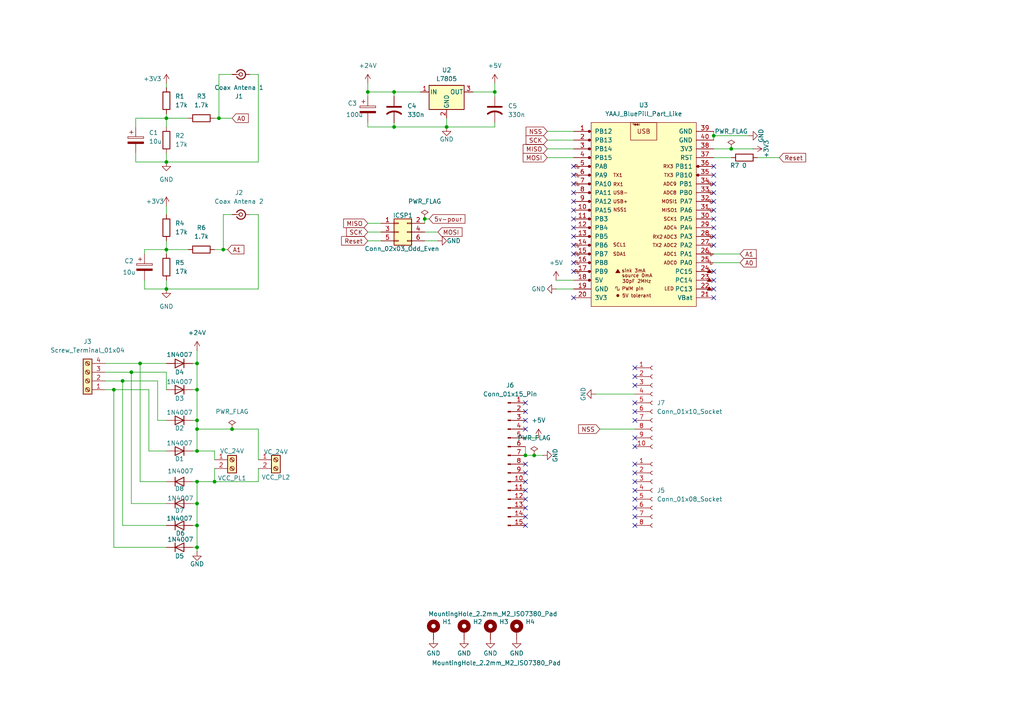
<source format=kicad_sch>
(kicad_sch (version 20250114) (generator "eeschema") (generator_version "9.0")
  (paper "A4")
  (lib_symbols
    (symbol "Connector:Conn_01x08_Socket" (pin_names (offset 1.016) (hide yes))
      (property "Reference" "J" (at 0 10.16 0))
      (property "Value" "Conn_01x08_Socket" (at 0 -12.7 0))
      (symbol "Conn_01x08_Socket_1_1"
        (pin passive line (at -5.08 7.62 0) (length 3.81) (name "Pin_1") (number "1"))
        (pin passive line (at -5.08 5.08 0) (length 3.81) (name "Pin_2") (number "2"))
        (pin passive line (at -5.08 2.54 0) (length 3.81) (name "Pin_3") (number "3"))
        (pin passive line (at -5.08 0 0) (length 3.81) (name "Pin_4") (number "4"))
        (pin passive line (at -5.08 -2.54 0) (length 3.81) (name "Pin_5") (number "5"))
        (pin passive line (at -5.08 -5.08 0) (length 3.81) (name "Pin_6") (number "6"))
        (pin passive line (at -5.08 -7.62 0) (length 3.81) (name "Pin_7") (number "7"))
        (pin passive line (at -5.08 -10.16 0) (length 3.81) (name "Pin_8") (number "8"))
      )
    )
    (symbol "Connector:Conn_01x10_Socket" (pin_names (offset 1.016) (hide yes))
      (property "Reference" "J" (at 0 12.7 0))
      (property "Value" "Conn_01x10_Socket" (at 0 -15.24 0))
      (symbol "Conn_01x10_Socket_1_1"
        (pin passive line (at -5.08 10.16 0) (length 3.81) (name "Pin_1") (number "1"))
        (pin passive line (at -5.08 7.62 0) (length 3.81) (name "Pin_2") (number "2"))
        (pin passive line (at -5.08 5.08 0) (length 3.81) (name "Pin_3") (number "3"))
        (pin passive line (at -5.08 2.54 0) (length 3.81) (name "Pin_4") (number "4"))
        (pin passive line (at -5.08 0 0) (length 3.81) (name "Pin_5") (number "5"))
        (pin passive line (at -5.08 -2.54 0) (length 3.81) (name "Pin_6") (number "6"))
        (pin passive line (at -5.08 -5.08 0) (length 3.81) (name "Pin_7") (number "7"))
        (pin passive line (at -5.08 -7.62 0) (length 3.81) (name "Pin_8") (number "8"))
        (pin passive line (at -5.08 -10.16 0) (length 3.81) (name "Pin_9") (number "9"))
        (pin passive line (at -5.08 -12.7 0) (length 3.81) (name "Pin_10") (number "10"))
      )
    )
    (symbol "Connector:Conn_01x15_Pin" (pin_names (offset 1.016) (hide yes))
      (property "Reference" "J" (at 0 20.32 0))
      (property "Value" "Conn_01x15_Pin" (at 0 -20.32 0))
      (symbol "Conn_01x15_Pin_1_1"
        (pin passive line (at 5.08 17.78 180) (length 3.81) (name "Pin_1") (number "1"))
        (pin passive line (at 5.08 15.24 180) (length 3.81) (name "Pin_2") (number "2"))
        (pin passive line (at 5.08 12.7 180) (length 3.81) (name "Pin_3") (number "3"))
        (pin passive line (at 5.08 10.16 180) (length 3.81) (name "Pin_4") (number "4"))
        (pin passive line (at 5.08 7.62 180) (length 3.81) (name "Pin_5") (number "5"))
        (pin passive line (at 5.08 5.08 180) (length 3.81) (name "Pin_6") (number "6"))
        (pin passive line (at 5.08 2.54 180) (length 3.81) (name "Pin_7") (number "7"))
        (pin passive line (at 5.08 0 180) (length 3.81) (name "Pin_8") (number "8"))
        (pin passive line (at 5.08 -2.54 180) (length 3.81) (name "Pin_9") (number "9"))
        (pin passive line (at 5.08 -5.08 180) (length 3.81) (name "Pin_10") (number "10"))
        (pin passive line (at 5.08 -7.62 180) (length 3.81) (name "Pin_11") (number "11"))
        (pin passive line (at 5.08 -10.16 180) (length 3.81) (name "Pin_12") (number "12"))
        (pin passive line (at 5.08 -12.7 180) (length 3.81) (name "Pin_13") (number "13"))
        (pin passive line (at 5.08 -15.24 180) (length 3.81) (name "Pin_14") (number "14"))
        (pin passive line (at 5.08 -17.78 180) (length 3.81) (name "Pin_15") (number "15"))
      )
    )
    (symbol "Connector:Conn_Coaxial_Small" (pin_numbers (hide yes)) (pin_names (offset 1.016) (hide yes))
      (property "Reference" "J" (at 0.254 3.048 0))
      (property "Value" "Conn_Coaxial_Small" (at 0 -3.81 0))
      (symbol "Conn_Coaxial_Small_1_1"
        (pin passive line (at -2.54 0 0) (length 1.27) (name "In") (number "1"))
        (pin passive line (at 2.54 0 180) (length 1.27) (name "Ext") (number "2"))
      )
    )
    (symbol "Connector:Screw_Terminal_01x02" (pin_names (offset 1.016) (hide yes))
      (property "Reference" "J" (at 0 2.54 0))
      (property "Value" "Screw_Terminal_01x02" (at 0 -5.08 0))
      (symbol "Screw_Terminal_01x02_1_1"
        (pin passive line (at -5.08 0 0) (length 3.81) (name "Pin_1") (number "1"))
        (pin passive line (at -5.08 -2.54 0) (length 3.81) (name "Pin_2") (number "2"))
      )
    )
    (symbol "Connector:Screw_Terminal_01x04" (pin_names (offset 1.016) (hide yes))
      (property "Reference" "J" (at 0 5.08 0))
      (property "Value" "Screw_Terminal_01x04" (at 0 -7.62 0))
      (symbol "Screw_Terminal_01x04_1_1"
        (pin passive line (at -5.08 2.54 0) (length 3.81) (name "Pin_1") (number "1"))
        (pin passive line (at -5.08 0 0) (length 3.81) (name "Pin_2") (number "2"))
        (pin passive line (at -5.08 -2.54 0) (length 3.81) (name "Pin_3") (number "3"))
        (pin passive line (at -5.08 -5.08 0) (length 3.81) (name "Pin_4") (number "4"))
      )
    )
    (symbol "Connector_Generic:Conn_02x03_Odd_Even" (pin_names (offset 1.016) (hide yes))
      (property "Reference" "J" (at 1.27 5.08 0))
      (property "Value" "Conn_02x03_Odd_Even" (at 1.27 -5.08 0))
      (symbol "Conn_02x03_Odd_Even_1_1"
        (pin passive line (at -5.08 2.54 0) (length 3.81) (name "Pin_1") (number "1"))
        (pin passive line (at -5.08 0 0) (length 3.81) (name "Pin_3") (number "3"))
        (pin passive line (at -5.08 -2.54 0) (length 3.81) (name "Pin_5") (number "5"))
        (pin passive line (at 7.62 2.54 180) (length 3.81) (name "Pin_2") (number "2"))
        (pin passive line (at 7.62 0 180) (length 3.81) (name "Pin_4") (number "4"))
        (pin passive line (at 7.62 -2.54 180) (length 3.81) (name "Pin_6") (number "6"))
      )
    )
    (symbol "Device:C_Polarized" (pin_numbers (hide yes)) (pin_names (offset 0.254))
      (property "Reference" "C" (at 0.635 2.54 0))
      (property "Value" "C_Polarized" (at 0.635 -2.54 0))
      (symbol "C_Polarized_1_1"
        (pin passive line (at 0 3.81 270) (length 2.794) (name "~") (number "1"))
        (pin passive line (at 0 -3.81 90) (length 2.794) (name "~") (number "2"))
      )
    )
    (symbol "Device:C_US" (pin_numbers (hide yes)) (pin_names (offset 0.254) (hide yes))
      (property "Reference" "C" (at 0.635 2.54 0))
      (property "Value" "C_US" (at 0.635 -2.54 0))
      (symbol "C_US_1_1"
        (pin passive line (at 0 3.81 270) (length 2.794) (name "~") (number "1"))
        (pin passive line (at 0 -3.81 90) (length 3.302) (name "~") (number "2"))
      )
    )
    (symbol "Device:R" (pin_numbers (hide yes)) (pin_names (offset 0))
      (property "Reference" "R" (at 2.032 0 90))
      (property "Value" "R" (at 0 0 90))
      (symbol "R_1_1"
        (pin passive line (at 0 3.81 270) (length 1.27) (name "~") (number "1"))
        (pin passive line (at 0 -3.81 90) (length 1.27) (name "~") (number "2"))
      )
    )
    (symbol "Diode:1N4007" (pin_numbers (hide yes)) (pin_names (hide yes))
      (property "Reference" "D" (at 0 2.54 0))
      (property "Value" "1N4007" (at 0 -2.54 0))
      (symbol "1N4007_1_1"
        (pin passive line (at -3.81 0 0) (length 2.54) (name "K") (number "1"))
        (pin passive line (at 3.81 0 180) (length 2.54) (name "A") (number "2"))
      )
    )
    (symbol "Mechanical:MountingHole_Pad" (pin_numbers (hide yes)) (pin_names (offset 1.016) (hide yes)) (in_bom no)
      (property "Reference" "H" (at 0 6.35 0))
      (property "Value" "MountingHole_Pad" (at 0 4.445 0))
      (symbol "MountingHole_Pad_1_1"
        (pin input line (at 0 -2.54 90) (length 2.54) (name "1") (number "1"))
      )
    )
    (symbol "Regulator_Linear:L7805" (pin_names (offset 0.254))
      (property "Reference" "U" (at -3.81 3.175 0))
      (property "Value" "L7805" (at 0 3.175 0))
      (symbol "L7805_1_1"
        (pin power_in line (at -7.62 0 0) (length 2.54) (name "IN") (number "1"))
        (pin power_in line (at 0 -7.62 90) (length 2.54) (name "GND") (number "2"))
        (pin power_out line (at 7.62 0 180) (length 2.54) (name "OUT") (number "3"))
      )
    )
    (symbol "power:+24V" (power) (pin_numbers (hide yes)) (pin_names (offset 0) (hide yes))
      (property "Value" "+24V" (at 0 3.556 0))
      (symbol "+24V_1_1"
        (pin power_in line (at 0 0 90) (length 0) (name "~") (number "1"))
      )
    )
    (symbol "power:+3V3" (power) (pin_numbers (hide yes)) (pin_names (offset 0) (hide yes))
      (property "Value" "+3V3" (at 0 3.556 0))
      (symbol "+3V3_1_1"
        (pin power_in line (at 0 0 90) (length 0) (name "~") (number "1"))
      )
    )
    (symbol "power:+5V" (power) (pin_numbers (hide yes)) (pin_names (offset 0) (hide yes))
      (property "Value" "+5V" (at 0 3.556 0))
      (symbol "+5V_1_1"
        (pin power_in line (at 0 0 90) (length 0) (name "~") (number "1"))
      )
    )
    (symbol "power:GND" (power) (pin_numbers (hide yes)) (pin_names (offset 0) (hide yes))
      (property "Value" "GND" (at 0 -3.81 0))
      (symbol "GND_1_1"
        (pin power_in line (at 0 0 270) (length 0) (name "~") (number "1"))
      )
    )
    (symbol "power:PWR_FLAG" (power) (pin_numbers (hide yes)) (pin_names (offset 0) (hide yes))
      (property "Value" "PWR_FLAG" (at 0 3.81 0))
      (symbol "PWR_FLAG_0_0"
        (pin power_out line (at 0 0 90) (length 0) (name "~") (number "1"))
      )
    )
    (symbol "simbolos_proyecto:YAAJ_BluePill_Part_Like" (pin_names (offset 1.016))
      (property "Reference" "U3" (at 0 30.48 0))
      (property "Value" "YAAJ_BluePill_Part_Like" (at 0 27.94 0))
      (symbol "YAAJ_BluePill_Part_Like_0_0"
        (text "TX1" (at -7.493 10.16 0) (effects (font (size 0.9906 0.9906))))
        (text "RX1" (at -7.366 7.493 0) (effects (font (size 0.9906 0.9906))))
        (text "SCL1" (at -6.985 -10.033 0) (effects (font (size 0.9906 0.9906))))
        (text "SDA1" (at -6.985 -12.7 0) (effects (font (size 0.9906 0.9906))))
        (text "NSS1" (at -6.858 0.127 0) (effects (font (size 0.9906 0.9906))))
        (text "USB-" (at -6.731 5.08 0) (effects (font (size 0.9906 0.9906))))
        (text "USB+" (at -6.731 2.54 0) (effects (font (size 0.9906 0.9906))))
        (text "PWM pin" (at -3.175 -22.733 0) (effects (font (size 0.9906 0.9906))))
        (text "sink 3mA" (at -2.921 -17.526 0) (effects (font (size 0.9906 0.9906))))
        (text "Y@@J" (at -2.159 24.892 0) (effects (font (size 0.508 0.508))))
        (text "30pF 2MHz" (at -2.032 -20.574 0) (effects (font (size 0.9906 0.9906))))
        (text "5V tolerant" (at -2.032 -24.765 0) (effects (font (size 0.9906 0.9906))))
        (text "source 0mA" (at -1.905 -18.923 0) (effects (font (size 0.9906 0.9906))))
        (text "USB" (at 0 22.86 0) (effects (font (size 1.27 1.27))))
        (text "TX2" (at 3.937 -10.16 0) (effects (font (size 0.9906 0.9906))))
        (text "RX2" (at 4.064 -7.747 0) (effects (font (size 0.9906 0.9906))))
        (text "RX3" (at 7.112 12.7 0) (effects (font (size 0.9906 0.9906))))
        (text "TX3" (at 7.239 10.16 0) (effects (font (size 0.9906 0.9906))))
        (text "LED" (at 7.366 -22.733 0) (effects (font (size 0.9906 0.9906))))
        (text "MOSI1" (at 7.493 2.54 0) (effects (font (size 0.9906 0.9906))))
        (text "MISO1" (at 7.493 0 0) (effects (font (size 0.9906 0.9906))))
        (text "ADC9" (at 7.62 7.62 0) (effects (font (size 0.9906 0.9906))))
        (text "ADC8" (at 7.62 5.08 0) (effects (font (size 0.9906 0.9906))))
        (text "SCK1" (at 7.747 -2.54 0) (effects (font (size 0.9906 0.9906))))
        (text "ADC4" (at 7.747 -5.08 0) (effects (font (size 0.9906 0.9906))))
        (text "ADC3" (at 7.747 -7.747 0) (effects (font (size 0.9906 0.9906))))
        (text "ADC2" (at 7.747 -10.16 0) (effects (font (size 0.9906 0.9906))))
        (text "ADC1" (at 7.747 -12.7 0) (effects (font (size 0.9906 0.9906))))
        (text "ADC0" (at 7.747 -15.24 0) (effects (font (size 0.9906 0.9906))))
      )
      (symbol "YAAJ_BluePill_Part_Like_1_1"
        (pin bidirectional line (at -20.32 22.86 0) (length 5.08) (name "PB12") (number "1"))
        (pin bidirectional line (at -20.32 20.32 0) (length 5.08) (name "PB13") (number "2"))
        (pin bidirectional line (at -20.32 17.78 0) (length 5.08) (name "PB14") (number "3"))
        (pin bidirectional line (at -20.32 15.24 0) (length 5.08) (name "PB15") (number "4"))
        (pin bidirectional line (at -20.32 12.7 0) (length 5.08) (name "PA8") (number "5"))
        (pin bidirectional line (at -20.32 10.16 0) (length 5.08) (name "PA9") (number "6"))
        (pin bidirectional line (at -20.32 7.62 0) (length 5.08) (name "PA10") (number "7"))
        (pin bidirectional line (at -20.32 5.08 0) (length 5.08) (name "PA11") (number "8"))
        (pin bidirectional line (at -20.32 2.54 0) (length 5.08) (name "PA12") (number "9"))
        (pin bidirectional line (at -20.32 0 0) (length 5.08) (name "PA15") (number "10"))
        (pin bidirectional line (at -20.32 -2.54 0) (length 5.08) (name "PB3") (number "11"))
        (pin bidirectional line (at -20.32 -5.08 0) (length 5.08) (name "PB4") (number "12"))
        (pin bidirectional line (at -20.32 -7.62 0) (length 5.08) (name "PB5") (number "13"))
        (pin bidirectional line (at -20.32 -10.16 0) (length 5.08) (name "PB6") (number "14"))
        (pin bidirectional line (at -20.32 -12.7 0) (length 5.08) (name "PB7") (number "15"))
        (pin bidirectional line (at -20.32 -15.24 0) (length 5.08) (name "PB8") (number "16"))
        (pin bidirectional line (at -20.32 -17.78 0) (length 5.08) (name "PB9") (number "17"))
        (pin power_in line (at -20.32 -20.32 0) (length 5.08) (name "5V") (number "18"))
        (pin power_in line (at -20.32 -22.86 0) (length 5.08) (name "GND") (number "19"))
        (pin power_in line (at -20.32 -25.4 0) (length 5.08) (name "3V3") (number "20"))
        (pin power_in line (at 20.32 22.86 180) (length 5.08) (name "GND") (number "39"))
        (pin power_in line (at 20.32 20.32 180) (length 5.08) (name "GND") (number "40"))
        (pin power_in line (at 20.32 17.78 180) (length 5.08) (name "3V3") (number "38"))
        (pin input line (at 20.32 15.24 180) (length 5.08) (name "RST") (number "37"))
        (pin bidirectional line (at 20.32 12.7 180) (length 5.08) (name "PB11") (number "36"))
        (pin bidirectional line (at 20.32 10.16 180) (length 5.08) (name "PB10") (number "35"))
        (pin bidirectional line (at 20.32 7.62 180) (length 5.08) (name "PB1") (number "34"))
        (pin bidirectional line (at 20.32 5.08 180) (length 5.08) (name "PB0") (number "33"))
        (pin bidirectional line (at 20.32 2.54 180) (length 5.08) (name "PA7") (number "32"))
        (pin bidirectional line (at 20.32 0 180) (length 5.08) (name "PA6") (number "31"))
        (pin bidirectional line (at 20.32 -2.54 180) (length 5.08) (name "PA5") (number "30"))
        (pin bidirectional line (at 20.32 -5.08 180) (length 5.08) (name "PA4") (number "29"))
        (pin bidirectional line (at 20.32 -7.62 180) (length 5.08) (name "PA3") (number "28"))
        (pin bidirectional line (at 20.32 -10.16 180) (length 5.08) (name "PA2") (number "27"))
        (pin bidirectional line (at 20.32 -12.7 180) (length 5.08) (name "PA1") (number "26"))
        (pin bidirectional line (at 20.32 -15.24 180) (length 5.08) (name "PA0") (number "25"))
        (pin bidirectional line (at 20.32 -17.78 180) (length 5.08) (name "PC15") (number "24"))
        (pin bidirectional line (at 20.32 -20.32 180) (length 5.08) (name "PC14") (number "23"))
        (pin bidirectional line (at 20.32 -22.86 180) (length 5.08) (name "PC13") (number "22"))
        (pin power_in line (at 20.32 -25.4 180) (length 5.08) (name "VBat") (number "21"))
      )
    )
  )
  (junction (at 62.23 139.7))
  (junction (at 57.15 158.75))
  (junction (at 48.26 72.39))
  (junction (at 152.4 132.08))
  (junction (at 48.26 83.82))
  (junction (at 48.26 46.99))
  (junction (at 207.01 39.37))
  (junction (at 143.51 26.67))
  (junction (at 106.68 26.67))
  (junction (at 57.15 130.81))
  (junction (at 114.3 26.67))
  (junction (at 57.15 139.7))
  (junction (at 154.94 132.08))
  (junction (at 57.15 152.4))
  (junction (at 57.15 113.03))
  (junction (at 123.19 63.5))
  (junction (at 64.77 72.39))
  (junction (at 48.26 34.29))
  (junction (at 57.15 124.46))
  (junction (at 57.15 105.41))
  (junction (at 114.3 36.83))
  (junction (at 63.5 34.29))
  (junction (at 33.02 113.03))
  (junction (at 129.54 36.83))
  (junction (at 35.56 110.49))
  (junction (at 67.31 124.46))
  (junction (at 212.09 43.18))
  (junction (at 40.64 105.41))
  (junction (at 57.15 121.92))
  (junction (at 38.1 107.95))
  (junction (at 57.15 146.05))
  (no_connect (at 184.15 129.54))
  (no_connect (at 207.01 55.88))
  (no_connect (at 207.01 78.74))
  (no_connect (at 166.37 53.34))
  (no_connect (at 152.4 134.62))
  (no_connect (at 207.01 63.5))
  (no_connect (at 184.15 134.62))
  (no_connect (at 184.15 137.16))
  (no_connect (at 207.01 48.26))
  (no_connect (at 152.4 152.4))
  (no_connect (at 184.15 121.92))
  (no_connect (at 152.4 121.92))
  (no_connect (at 207.01 53.34))
  (no_connect (at 207.01 71.12))
  (no_connect (at 184.15 106.68))
  (no_connect (at 207.01 83.82))
  (no_connect (at 184.15 119.38))
  (no_connect (at 207.01 50.8))
  (no_connect (at 184.15 139.7))
  (no_connect (at 184.15 111.76))
  (no_connect (at 152.4 147.32))
  (no_connect (at 152.4 144.78))
  (no_connect (at 207.01 86.36))
  (no_connect (at 166.37 48.26))
  (no_connect (at 184.15 147.32))
  (no_connect (at 166.37 55.88))
  (no_connect (at 166.37 63.5))
  (no_connect (at 207.01 66.04))
  (no_connect (at 207.01 68.58))
  (no_connect (at 184.15 144.78))
  (no_connect (at 166.37 73.66))
  (no_connect (at 166.37 58.42))
  (no_connect (at 166.37 71.12))
  (no_connect (at 207.01 58.42))
  (no_connect (at 166.37 68.58))
  (no_connect (at 184.15 152.4))
  (no_connect (at 207.01 60.96))
  (no_connect (at 184.15 142.24))
  (no_connect (at 152.4 137.16))
  (no_connect (at 152.4 116.84))
  (no_connect (at 152.4 139.7))
  (no_connect (at 166.37 60.96))
  (no_connect (at 152.4 142.24))
  (no_connect (at 152.4 149.86))
  (no_connect (at 152.4 124.46))
  (no_connect (at 184.15 127))
  (no_connect (at 207.01 81.28))
  (no_connect (at 166.37 66.04))
  (no_connect (at 166.37 50.8))
  (no_connect (at 184.15 149.86))
  (no_connect (at 152.4 119.38))
  (no_connect (at 184.15 116.84))
  (no_connect (at 166.37 86.36))
  (no_connect (at 166.37 76.2))
  (no_connect (at 184.15 109.22))
  (no_connect (at 166.37 78.74))
  (wire (pts (xy 57.15 139.7) (xy 55.88 139.7)))
  (wire (pts (xy 39.37 46.99) (xy 48.26 46.99)))
  (wire (pts (xy 43.18 113.03) (xy 43.18 130.81)))
  (wire (pts (xy 67.31 21.59) (xy 63.5 21.59)))
  (wire (pts (xy 30.48 105.41) (xy 40.64 105.41)))
  (wire (pts (xy 57.15 124.46) (xy 57.15 121.92)))
  (wire (pts (xy 172.72 114.3) (xy 184.15 114.3)))
  (wire (pts (xy 137.16 26.67) (xy 143.51 26.67)))
  (wire (pts (xy 57.15 130.81) (xy 62.23 130.81)))
  (wire (pts (xy 48.26 152.4) (xy 35.56 152.4)))
  (wire (pts (xy 74.93 83.82) (xy 74.93 62.23)))
  (wire (pts (xy 129.54 36.83) (xy 143.51 36.83)))
  (wire (pts (xy 41.91 81.28) (xy 41.91 83.82)))
  (wire (pts (xy 38.1 107.95) (xy 48.26 107.95)))
  (wire (pts (xy 45.72 121.92) (xy 48.26 121.92)))
  (wire (pts (xy 207.01 43.18) (xy 212.09 43.18)))
  (wire (pts (xy 158.75 38.1) (xy 166.37 38.1)))
  (wire (pts (xy 43.18 130.81) (xy 48.26 130.81)))
  (wire (pts (xy 55.88 121.92) (xy 57.15 121.92)))
  (wire (pts (xy 129.54 34.29) (xy 129.54 36.83)))
  (wire (pts (xy 114.3 26.67) (xy 121.92 26.67)))
  (wire (pts (xy 48.26 34.29) (xy 48.26 36.83)))
  (wire (pts (xy 74.93 46.99) (xy 74.93 21.59)))
  (wire (pts (xy 152.4 129.54) (xy 152.4 132.08)))
  (wire (pts (xy 48.26 69.85) (xy 48.26 72.39)))
  (wire (pts (xy 64.77 62.23) (xy 64.77 72.39)))
  (wire (pts (xy 123.19 69.85) (xy 127 69.85)))
  (wire (pts (xy 57.15 130.81) (xy 57.15 124.46)))
  (wire (pts (xy 129.54 36.83) (xy 114.3 36.83)))
  (wire (pts (xy 55.88 113.03) (xy 57.15 113.03)))
  (wire (pts (xy 161.29 83.82) (xy 166.37 83.82)))
  (wire (pts (xy 33.02 113.03) (xy 43.18 113.03)))
  (wire (pts (xy 152.4 127) (xy 156.21 127)))
  (wire (pts (xy 57.15 146.05) (xy 57.15 152.4)))
  (wire (pts (xy 48.26 107.95) (xy 48.26 113.03)))
  (wire (pts (xy 48.26 139.7) (xy 40.64 139.7)))
  (wire (pts (xy 48.26 81.28) (xy 48.26 83.82)))
  (wire (pts (xy 55.88 152.4) (xy 57.15 152.4)))
  (wire (pts (xy 143.51 35.56) (xy 143.51 36.83)))
  (wire (pts (xy 48.26 146.05) (xy 38.1 146.05)))
  (wire (pts (xy 207.01 73.66) (xy 214.63 73.66)))
  (wire (pts (xy 74.93 21.59) (xy 72.39 21.59)))
  (wire (pts (xy 67.31 124.46) (xy 74.93 124.46)))
  (wire (pts (xy 48.26 44.45) (xy 48.26 46.99)))
  (wire (pts (xy 41.91 73.66) (xy 41.91 72.39)))
  (wire (pts (xy 57.15 101.6) (xy 57.15 105.41)))
  (wire (pts (xy 62.23 72.39) (xy 64.77 72.39)))
  (wire (pts (xy 123.19 64.77) (xy 123.19 63.5)))
  (wire (pts (xy 57.15 152.4) (xy 57.15 158.75)))
  (wire (pts (xy 55.88 105.41) (xy 57.15 105.41)))
  (wire (pts (xy 41.91 83.82) (xy 48.26 83.82)))
  (wire (pts (xy 57.15 105.41) (xy 57.15 113.03)))
  (wire (pts (xy 30.48 107.95) (xy 38.1 107.95)))
  (wire (pts (xy 64.77 72.39) (xy 66.04 72.39)))
  (wire (pts (xy 114.3 26.67) (xy 114.3 27.94)))
  (wire (pts (xy 40.64 105.41) (xy 48.26 105.41)))
  (wire (pts (xy 123.19 63.5) (xy 124.46 63.5)))
  (wire (pts (xy 48.26 34.29) (xy 54.61 34.29)))
  (wire (pts (xy 30.48 110.49) (xy 35.56 110.49)))
  (wire (pts (xy 173.99 124.46) (xy 184.15 124.46)))
  (wire (pts (xy 62.23 139.7) (xy 57.15 139.7)))
  (wire (pts (xy 40.64 105.41) (xy 40.64 139.7)))
  (wire (pts (xy 57.15 158.75) (xy 57.15 160.02)))
  (wire (pts (xy 74.93 62.23) (xy 72.39 62.23)))
  (wire (pts (xy 48.26 158.75) (xy 33.02 158.75)))
  (wire (pts (xy 219.71 45.72) (xy 226.06 45.72)))
  (wire (pts (xy 114.3 36.83) (xy 106.68 36.83)))
  (wire (pts (xy 30.48 113.03) (xy 33.02 113.03)))
  (wire (pts (xy 57.15 146.05) (xy 55.88 146.05)))
  (wire (pts (xy 106.68 27.94) (xy 106.68 26.67)))
  (wire (pts (xy 207.01 45.72) (xy 212.09 45.72)))
  (wire (pts (xy 63.5 34.29) (xy 67.31 34.29)))
  (wire (pts (xy 106.68 26.67) (xy 114.3 26.67)))
  (wire (pts (xy 207.01 38.1) (xy 207.01 39.37)))
  (wire (pts (xy 127 67.31) (xy 123.19 67.31)))
  (wire (pts (xy 48.26 83.82) (xy 74.93 83.82)))
  (wire (pts (xy 55.88 130.81) (xy 57.15 130.81)))
  (wire (pts (xy 154.94 132.08) (xy 157.48 132.08)))
  (wire (pts (xy 57.15 139.7) (xy 57.15 146.05)))
  (wire (pts (xy 212.09 43.18) (xy 218.44 43.18)))
  (wire (pts (xy 39.37 34.29) (xy 39.37 36.83)))
  (wire (pts (xy 143.51 26.67) (xy 143.51 27.94)))
  (wire (pts (xy 38.1 146.05) (xy 38.1 107.95)))
  (wire (pts (xy 55.88 158.75) (xy 57.15 158.75)))
  (wire (pts (xy 207.01 76.2) (xy 214.63 76.2)))
  (wire (pts (xy 67.31 62.23) (xy 64.77 62.23)))
  (wire (pts (xy 35.56 110.49) (xy 45.72 110.49)))
  (wire (pts (xy 152.4 132.08) (xy 154.94 132.08)))
  (wire (pts (xy 62.23 135.89) (xy 62.23 139.7)))
  (wire (pts (xy 74.93 133.35) (xy 74.93 124.46)))
  (wire (pts (xy 207.01 39.37) (xy 217.17 39.37)))
  (wire (pts (xy 48.26 34.29) (xy 39.37 34.29)))
  (wire (pts (xy 57.15 124.46) (xy 67.31 124.46)))
  (wire (pts (xy 35.56 152.4) (xy 35.56 110.49)))
  (wire (pts (xy 45.72 110.49) (xy 45.72 121.92)))
  (wire (pts (xy 158.75 40.64) (xy 166.37 40.64)))
  (wire (pts (xy 48.26 33.02) (xy 48.26 34.29)))
  (wire (pts (xy 63.5 21.59) (xy 63.5 34.29)))
  (wire (pts (xy 158.75 45.72) (xy 166.37 45.72)))
  (wire (pts (xy 48.26 72.39) (xy 48.26 73.66)))
  (wire (pts (xy 74.93 139.7) (xy 62.23 139.7)))
  (wire (pts (xy 33.02 158.75) (xy 33.02 113.03)))
  (wire (pts (xy 41.91 72.39) (xy 48.26 72.39)))
  (wire (pts (xy 114.3 35.56) (xy 114.3 36.83)))
  (wire (pts (xy 158.75 43.18) (xy 166.37 43.18)))
  (wire (pts (xy 110.49 64.77) (xy 106.68 64.77)))
  (wire (pts (xy 57.15 121.92) (xy 57.15 113.03)))
  (wire (pts (xy 110.49 67.31) (xy 106.68 67.31)))
  (wire (pts (xy 48.26 72.39) (xy 54.61 72.39)))
  (wire (pts (xy 207.01 39.37) (xy 207.01 40.64)))
  (wire (pts (xy 48.26 24.13) (xy 48.26 25.4)))
  (wire (pts (xy 48.26 59.69) (xy 48.26 62.23)))
  (wire (pts (xy 39.37 44.45) (xy 39.37 46.99)))
  (wire (pts (xy 143.51 24.13) (xy 143.51 26.67)))
  (wire (pts (xy 62.23 130.81) (xy 62.23 133.35)))
  (wire (pts (xy 106.68 35.56) (xy 106.68 36.83)))
  (wire (pts (xy 62.23 34.29) (xy 63.5 34.29)))
  (wire (pts (xy 110.49 69.85) (xy 106.68 69.85)))
  (wire (pts (xy 161.29 81.28) (xy 166.37 81.28)))
  (wire (pts (xy 48.26 46.99) (xy 74.93 46.99)))
  (wire (pts (xy 74.93 135.89) (xy 74.93 139.7)))
  (wire (pts (xy 106.68 24.13) (xy 106.68 26.67)))
  (global_label "A0" (shape input) (at 214.63 76.2 0) (property "Intersheetrefs" "${INTERSHEET_REFS}" (effects (hide yes))))
  (global_label "A1" (shape input) (at 214.63 73.66 0) (property "Intersheetrefs" "${INTERSHEET_REFS}" (effects (hide yes))))
  (global_label "MOSI" (shape input) (at 158.75 45.72 180) (property "Intersheetrefs" "${INTERSHEET_REFS}" (effects (hide yes))))
  (global_label "Reset" (shape input) (at 226.06 45.72 0) (property "Intersheetrefs" "${INTERSHEET_REFS}" (effects (hide yes))))
  (global_label "A0" (shape input) (at 67.31 34.29 0) (property "Intersheetrefs" "${INTERSHEET_REFS}" (effects (hide yes))))
  (global_label "5v-pour" (shape input) (at 124.46 63.5 0) (property "Intersheetrefs" "${INTERSHEET_REFS}" (effects (hide yes))))
  (global_label "MISO" (shape input) (at 158.75 43.18 180) (property "Intersheetrefs" "${INTERSHEET_REFS}" (effects (hide yes))))
  (global_label "NSS" (shape input) (at 173.99 124.46 180) (property "Intersheetrefs" "${INTERSHEET_REFS}" (effects (hide yes))))
  (global_label "SCK" (shape input) (at 158.75 40.64 180) (property "Intersheetrefs" "${INTERSHEET_REFS}" (effects (hide yes))))
  (global_label "MOSI" (shape input) (at 127 67.31 0) (property "Intersheetrefs" "${INTERSHEET_REFS}" (effects (hide yes))))
  (global_label "SCK" (shape input) (at 106.68 67.31 180) (property "Intersheetrefs" "${INTERSHEET_REFS}" (effects (hide yes))))
  (global_label "A1" (shape input) (at 66.04 72.39 0) (property "Intersheetrefs" "${INTERSHEET_REFS}" (effects (hide yes))))
  (global_label "MISO" (shape input) (at 106.68 64.77 180) (property "Intersheetrefs" "${INTERSHEET_REFS}" (effects (hide yes))))
  (global_label "NSS" (shape input) (at 158.75 38.1 180) (property "Intersheetrefs" "${INTERSHEET_REFS}" (effects (hide yes))))
  (global_label "Reset" (shape input) (at 106.68 69.85 180) (property "Intersheetrefs" "${INTERSHEET_REFS}" (effects (hide yes))))
  (symbol (lib_id "Connector:Conn_Coaxial_Small") (at 69.85 21.59 0) (mirror x) (unit 1)
    (property "Reference" "J1" (at 69.3304 27.94 0))
    (property "Value" "Coax Antena 1" (at 69.3304 25.4 0))
    (property "Footprint" "Connector_Coaxial:SMA_Amphenol_132289_EdgeMount" (effects (hide yes)))
    (property "Description" "small coaxial connector (BNC, SMA, SMB, SMC, Cinch/RCA, LEMO, ...)" (effects (hide yes)))
  )
  (symbol (lib_id "Connector:Screw_Terminal_01x02") (at 67.31 133.35 0) (unit 1)
    (property "Reference" "VCC_PL1" (at 67.31 138.684 0))
    (property "Value" "VC_24V" (at 67.31 130.81 0))
    (property "Footprint" "TerminalBlock_MetzConnect:TerminalBlock_MetzConnect_Type011_RT05502HBLC_1x02_P5.00mm_Horizontal" (effects (hide yes)))
    (property "Description" "Generic screw terminal, single row, 01x02, script generated (kicad-library-utils/schlib/autogen/connector/)" (effects (hide yes)))
  )
  (symbol (lib_id "Diode:1N4007") (at 52.07 158.75 0) (unit 1)
    (property "Reference" "D5" (at 52.07 161.29 0))
    (property "Value" "1N4007" (at 52.324 156.464 0))
    (property "Footprint" "Diode_THT:D_DO-41_SOD81_P10.16mm_Horizontal" (effects (hide yes)))
    (property "Datasheet" "http://www.vishay.com/docs/88503/1n4001.pdf" (effects (hide yes)))
    (property "Description" "1000V 1A General Purpose Rectifier Diode, DO-41" (effects (hide yes)))
    (property "Sim.Device" "D" (effects (hide yes)))
    (property "Sim.Pins" "1=K 2=A" (effects (hide yes)))
  )
  (symbol (lib_id "Connector:Conn_01x15_Pin") (at 147.32 134.62 0) (unit 1)
    (property "Reference" "J6" (at 147.955 111.76 0))
    (property "Value" "Conn_01x15_Pin" (at 147.955 114.3 0))
    (property "Footprint" "Connector_PinHeader_2.54mm:PinHeader_1x15_P2.54mm_Vertical" (effects (hide yes)))
    (property "Description" "Generic connector, single row, 01x15, script generated" (effects (hide yes)))
  )
  (symbol (lib_id "Connector_Generic:Conn_02x03_Odd_Even") (at 115.57 67.31 0) (unit 1)
    (property "Reference" "ICSP1" (at 116.84 62.484 0))
    (property "Value" "Conn_02x03_Odd_Even" (at 116.586 72.136 0))
    (property "Footprint" "Connector_PinHeader_2.54mm:PinHeader_2x03_P2.54mm_Vertical" (effects (hide yes)))
    (property "Description" "Generic connector, double row, 02x03, odd/even pin numbering scheme (row 1 odd numbers, row 2 even numbers), script generated (kicad-library-utils/schlib/autogen/connector/)" (effects (hide yes)))
  )
  (symbol (lib_id "power:GND") (at 129.54 36.83 0) (unit 1)
    (property "Reference" "#PWR025" (effects (hide yes)))
    (property "Value" "GND" (at 129.54 40.386 0))
    (property "Description" "Power symbol creates a global label with name \"GND\" , ground" (effects (hide yes)))
  )
  (symbol (lib_id "power:PWR_FLAG") (at 67.31 124.46 0) (unit 1)
    (property "Reference" "#FLG02" (effects (hide yes)))
    (property "Value" "PWR_FLAG" (at 67.31 119.38 0))
    (property "Description" "Special symbol for telling ERC where power comes from" (effects (hide yes)))
  )
  (symbol (lib_id "power:GND") (at 48.26 83.82 0) (unit 1)
    (property "Reference" "#PWR04" (effects (hide yes)))
    (property "Value" "GND" (at 48.26 88.9 0))
    (property "Description" "Power symbol creates a global label with name \"GND\" , ground" (effects (hide yes)))
  )
  (symbol (lib_id "Diode:1N4007") (at 52.07 121.92 180) (unit 1)
    (property "Reference" "D2" (at 52.07 124.206 0))
    (property "Value" "1N4007" (at 52.07 119.634 0))
    (property "Footprint" "Diode_THT:D_DO-41_SOD81_P10.16mm_Horizontal" (effects (hide yes)))
    (property "Datasheet" "http://www.vishay.com/docs/88503/1n4001.pdf" (effects (hide yes)))
    (property "Description" "1000V 1A General Purpose Rectifier Diode, DO-41" (effects (hide yes)))
    (property "Sim.Device" "D" (effects (hide yes)))
    (property "Sim.Pins" "1=K 2=A" (effects (hide yes)))
  )
  (symbol (lib_id "Mechanical:MountingHole_Pad") (at 149.86 182.88 0) (unit 1) (in_bom no)
    (property "Reference" "H4" (at 152.4 180.3399 0) (effects (justify left)))
    (property "Value" "MountingHole_2.2mm_M2_ISO7380_Pad" (effects (hide yes)))
    (property "Footprint" "MountingHole:MountingHole_2.2mm_M2_ISO7380_Pad" (effects (hide yes)))
  )
  (symbol (lib_id "power:+5V") (at 143.51 24.13 0) (unit 1)
    (property "Reference" "#PWR06" (effects (hide yes)))
    (property "Value" "+5V" (at 143.51 19.05 0))
    (property "Description" "Power symbol creates a global label with name \"+5V\"" (effects (hide yes)))
  )
  (symbol (lib_id "Diode:1N4007") (at 52.07 146.05 0) (unit 1)
    (property "Reference" "D7" (at 52.07 148.082 0))
    (property "Value" "1N4007" (at 52.324 144.526 0))
    (property "Footprint" "Diode_THT:D_DO-41_SOD81_P10.16mm_Horizontal" (effects (hide yes)))
    (property "Datasheet" "http://www.vishay.com/docs/88503/1n4001.pdf" (effects (hide yes)))
    (property "Description" "1000V 1A General Purpose Rectifier Diode, DO-41" (effects (hide yes)))
    (property "Sim.Device" "D" (effects (hide yes)))
    (property "Sim.Pins" "1=K 2=A" (effects (hide yes)))
  )
  (symbol (lib_id "Mechanical:MountingHole_Pad") (at 125.73 182.88 0) (unit 1) (in_bom no)
    (property "Reference" "H1" (at 128.27 180.3399 0) (effects (justify left)))
    (property "Value" "MountingHole_2.2mm_M2_ISO7380_Pad" (at 125.222 192.278 0) (effects (justify left)))
    (property "Footprint" "MountingHole:MountingHole_2.2mm_M2_ISO7380_Pad" (effects (hide yes)))
  )
  (symbol (lib_id "power:PWR_FLAG") (at 154.94 132.08 0) (unit 1)
    (property "Reference" "#FLG07" (effects (hide yes)))
    (property "Value" "PWR_FLAG" (at 154.94 127 0))
    (property "Description" "Special symbol for telling ERC where power comes from" (effects (hide yes)))
  )
  (symbol (lib_id "Device:R") (at 48.26 40.64 0) (unit 1)
    (property "Reference" "R2" (at 50.8 39.3699 0) (effects (justify left)))
    (property "Value" "17k" (at 50.8 41.9099 0) (effects (justify left)))
    (property "Footprint" "huellas_proyecto:R_Axial_DIN0207_L6.3mm_D2.5mm_P10.16mm_Horizontal-pad2mm" (effects (hide yes)))
    (property "Description" "Resistor, US symbol" (effects (hide yes)))
  )
  (symbol (lib_id "Diode:1N4007") (at 52.07 152.4 0) (unit 1)
    (property "Reference" "D6" (at 52.324 154.686 0))
    (property "Value" "1N4007" (at 52.07 150.368 0))
    (property "Footprint" "Diode_THT:D_DO-41_SOD81_P10.16mm_Horizontal" (effects (hide yes)))
    (property "Datasheet" "http://www.vishay.com/docs/88503/1n4001.pdf" (effects (hide yes)))
    (property "Description" "1000V 1A General Purpose Rectifier Diode, DO-41" (effects (hide yes)))
    (property "Sim.Device" "D" (effects (hide yes)))
    (property "Sim.Pins" "1=K 2=A" (effects (hide yes)))
  )
  (symbol (lib_id "power:+3V3") (at 218.44 43.18 270) (unit 1)
    (property "Reference" "#PWR013" (effects (hide yes)))
    (property "Value" "+3V3" (at 222.25 43.18 0))
    (property "Description" "Power symbol creates a global label with name \"+3V3\"" (effects (hide yes)))
  )
  (symbol (lib_id "power:GND") (at 217.17 39.37 90) (unit 1)
    (property "Reference" "#PWR011" (effects (hide yes)))
    (property "Value" "GND" (at 220.726 39.37 0))
    (property "Description" "Power symbol creates a global label with name \"GND\" , ground" (effects (hide yes)))
  )
  (symbol (lib_id "Mechanical:MountingHole_Pad") (at 134.62 182.88 0) (unit 1) (in_bom no)
    (property "Reference" "H2" (at 137.16 180.3399 0) (effects (justify left)))
    (property "Value" "MountingHole_2.2mm_M2_ISO7380_Pad" (at 124.206 178.054 0) (effects (justify left)))
    (property "Footprint" "MountingHole:MountingHole_2.2mm_M2_ISO7380_Pad" (effects (hide yes)))
  )
  (symbol (lib_id "Connector:Screw_Terminal_01x02") (at 80.01 133.35 0) (unit 1)
    (property "Reference" "VCC_PL2" (at 80.01 138.43 0))
    (property "Value" "VC_24V" (at 80.01 131.064 0))
    (property "Footprint" "TerminalBlock_MetzConnect:TerminalBlock_MetzConnect_Type011_RT05502HBLC_1x02_P5.00mm_Horizontal" (effects (hide yes)))
    (property "Description" "Generic screw terminal, single row, 01x02, script generated (kicad-library-utils/schlib/autogen/connector/)" (effects (hide yes)))
  )
  (symbol (lib_id "Diode:1N4007") (at 52.07 105.41 180) (unit 1)
    (property "Reference" "D4" (at 52.07 107.95 0))
    (property "Value" "1N4007" (at 52.07 102.87 0))
    (property "Footprint" "Diode_THT:D_DO-41_SOD81_P10.16mm_Horizontal" (effects (hide yes)))
    (property "Datasheet" "http://www.vishay.com/docs/88503/1n4001.pdf" (effects (hide yes)))
    (property "Description" "1000V 1A General Purpose Rectifier Diode, DO-41" (effects (hide yes)))
    (property "Sim.Device" "D" (effects (hide yes)))
    (property "Sim.Pins" "1=K 2=A" (effects (hide yes)))
  )
  (symbol (lib_id "power:GND") (at 157.48 132.08 90) (unit 1)
    (property "Reference" "#PWR024" (effects (hide yes)))
    (property "Value" "GND" (at 161.036 132.08 0))
    (property "Description" "Power symbol creates a global label with name \"GND\" , ground" (effects (hide yes)))
  )
  (symbol (lib_id "Connector:Conn_01x10_Socket") (at 189.23 116.84 0) (unit 1)
    (property "Reference" "J7" (at 190.5 116.8399 0) (effects (justify left)))
    (property "Value" "Conn_01x10_Socket" (at 190.5 119.3799 0) (effects (justify left)))
    (property "Footprint" "Connector_PinHeader_2.54mm:PinHeader_1x10_P2.54mm_Vertical" (effects (hide yes)))
    (property "Description" "Generic connector, single row, 01x10, script generated" (effects (hide yes)))
  )
  (symbol (lib_id "power:+24V") (at 106.68 24.13 0) (unit 1)
    (property "Reference" "#PWR05" (effects (hide yes)))
    (property "Value" "+24V" (at 106.68 19.05 0))
    (property "Description" "Power symbol creates a global label with name \"+24V\"" (effects (hide yes)))
  )
  (symbol (lib_id "Device:C_Polarized") (at 106.68 31.75 0) (unit 1)
    (property "Reference" "C3" (at 100.838 29.972 0) (effects (justify left)))
    (property "Value" "100u" (at 100.33 33.274 0) (effects (justify left)))
    (property "Footprint" "Capacitor_THT:CP_Radial_D10.0mm_P5.00mm" (effects (hide yes)))
    (property "Description" "Polarized capacitor" (effects (hide yes)))
  )
  (symbol (lib_id "power:GND") (at 142.24 185.42 0) (unit 1)
    (property "Reference" "#PWR019" (effects (hide yes)))
    (property "Value" "GND" (at 142.24 189.484 0))
    (property "Description" "Power symbol creates a global label with name \"GND\" , ground" (effects (hide yes)))
  )
  (symbol (lib_id "Device:C_US") (at 143.51 31.75 0) (unit 1)
    (property "Reference" "C5" (at 147.32 30.7339 0) (effects (justify left)))
    (property "Value" "330n" (at 147.32 33.2739 0) (effects (justify left)))
    (property "Footprint" "huellas_proyecto:C_Disc_D5.1mm_W3.2mm_P5.00mm-pad2mm" (effects (hide yes)))
    (property "Description" "capacitor, US symbol" (effects (hide yes)))
  )
  (symbol (lib_id "simbolos_proyecto:YAAJ_BluePill_Part_Like") (at 186.69 60.96 0) (unit 1)
    (property "Reference" "U3" (at 186.69 30.48 0))
    (property "Value" "YAAJ_BluePill_Part_Like" (at 186.69 33.02 0))
    (property "Footprint" "huellas_proyecto:YAAJ_BluePill_2" (effects (hide yes)))
    (property "Description" "STM32 Blue Pill ; not KLC compliant" (effects (hide yes)))
  )
  (symbol (lib_id "Connector:Conn_Coaxial_Small") (at 69.85 62.23 0) (unit 1)
    (property "Reference" "J2" (at 69.3304 55.88 0))
    (property "Value" "Coax Antena 2" (at 69.3304 58.42 0))
    (property "Footprint" "Connector_Coaxial:SMA_Amphenol_132289_EdgeMount" (effects (hide yes)))
    (property "Description" "small coaxial connector (BNC, SMA, SMB, SMC, Cinch/RCA, LEMO, ...)" (effects (hide yes)))
  )
  (symbol (lib_id "Diode:1N4007") (at 52.07 113.03 180) (unit 1)
    (property "Reference" "D3" (at 52.07 115.57 0))
    (property "Value" "1N4007" (at 52.07 110.744 0))
    (property "Footprint" "Diode_THT:D_DO-41_SOD81_P10.16mm_Horizontal" (effects (hide yes)))
    (property "Datasheet" "http://www.vishay.com/docs/88503/1n4001.pdf" (effects (hide yes)))
    (property "Description" "1000V 1A General Purpose Rectifier Diode, DO-41" (effects (hide yes)))
    (property "Sim.Device" "D" (effects (hide yes)))
    (property "Sim.Pins" "1=K 2=A" (effects (hide yes)))
  )
  (symbol (lib_id "Regulator_Linear:L7805") (at 129.54 26.67 0) (unit 1)
    (property "Reference" "U2" (at 129.54 20.32 0))
    (property "Value" "L7805" (at 129.54 22.86 0))
    (property "Footprint" "Package_TO_SOT_THT:TO-220-3_Vertical" (effects (hide yes)))
    (property "Datasheet" "http://www.st.com/content/ccc/resource/technical/document/datasheet/41/4f/b3/b0/12/d4/47/88/CD00000444.pdf/files/CD00000444.pdf/jcr:content/translations/en.CD00000444.pdf" (effects (hide yes)))
    (property "Description" "Positive 1.5A 35V Linear Regulator, Fixed Output 5V, TO-220/TO-263/TO-252" (effects (hide yes)))
  )
  (symbol (lib_id "Device:R") (at 48.26 66.04 0) (unit 1)
    (property "Reference" "R4" (at 50.8 64.7699 0) (effects (justify left)))
    (property "Value" "17k" (at 50.8 67.3099 0) (effects (justify left)))
    (property "Footprint" "huellas_proyecto:R_Axial_DIN0207_L6.3mm_D2.5mm_P10.16mm_Horizontal-pad2mm" (effects (hide yes)))
    (property "Description" "Resistor, US symbol" (effects (hide yes)))
  )
  (symbol (lib_id "power:GND") (at 125.73 185.42 0) (unit 1)
    (property "Reference" "#PWR017" (effects (hide yes)))
    (property "Value" "GND" (at 125.73 189.484 0))
    (property "Description" "Power symbol creates a global label with name \"GND\" , ground" (effects (hide yes)))
  )
  (symbol (lib_id "Device:C_US") (at 114.3 31.75 0) (unit 1)
    (property "Reference" "C4" (at 118.11 30.7339 0) (effects (justify left)))
    (property "Value" "330n" (at 118.11 33.2739 0) (effects (justify left)))
    (property "Footprint" "huellas_proyecto:C_Disc_D5.1mm_W3.2mm_P5.00mm-pad2mm" (effects (hide yes)))
    (property "Description" "capacitor, US symbol" (effects (hide yes)))
  )
  (symbol (lib_id "power:GND") (at 149.86 185.42 0) (unit 1)
    (property "Reference" "#PWR020" (effects (hide yes)))
    (property "Value" "GND" (at 149.86 189.484 0))
    (property "Description" "Power symbol creates a global label with name \"GND\" , ground" (effects (hide yes)))
  )
  (symbol (lib_id "Device:R") (at 48.26 77.47 0) (unit 1)
    (property "Reference" "R5" (at 50.8 76.1999 0) (effects (justify left)))
    (property "Value" "17k" (at 50.8 78.7399 0) (effects (justify left)))
    (property "Footprint" "huellas_proyecto:R_Axial_DIN0207_L6.3mm_D2.5mm_P10.16mm_Horizontal-pad2mm" (effects (hide yes)))
    (property "Description" "Resistor, US symbol" (effects (hide yes)))
  )
  (symbol (lib_id "power:GND") (at 127 69.85 90) (unit 1)
    (property "Reference" "#PWR014" (effects (hide yes)))
    (property "Value" "GND" (at 131.572 69.85 90))
    (property "Description" "Power symbol creates a global label with name \"GND\" , ground" (effects (hide yes)))
  )
  (symbol (lib_id "power:+5V") (at 156.21 127 0) (unit 1)
    (property "Reference" "#PWR022" (effects (hide yes)))
    (property "Value" "+5V" (at 156.21 121.92 0))
    (property "Description" "Power symbol creates a global label with name \"+5V\"" (effects (hide yes)))
  )
  (symbol (lib_id "Device:R") (at 215.9 45.72 90) (unit 1)
    (property "Reference" "R7" (at 213.106 48.006 90))
    (property "Value" "0" (at 215.9 48.006 90))
    (property "Footprint" "huellas_proyecto:R_Axial_DIN0207_L6.3mm_D2.5mm_P15.24mm_Horizontal-pad2mm" (effects (hide yes)))
    (property "Description" "Resistor" (effects (hide yes)))
  )
  (symbol (lib_id "power:GND") (at 161.29 83.82 270) (unit 1)
    (property "Reference" "#PWR010" (effects (hide yes)))
    (property "Value" "GND" (at 156.21 83.82 90))
    (property "Description" "Power symbol creates a global label with name \"GND\" , ground" (effects (hide yes)))
  )
  (symbol (lib_id "power:GND") (at 48.26 46.99 0) (unit 1)
    (property "Reference" "#PWR01" (effects (hide yes)))
    (property "Value" "GND" (at 48.26 52.07 0))
    (property "Description" "Power symbol creates a global label with name \"GND\" , ground" (effects (hide yes)))
  )
  (symbol (lib_id "power:+5V") (at 161.29 81.28 0) (unit 1)
    (property "Reference" "#PWR09" (effects (hide yes)))
    (property "Value" "+5V" (at 161.29 76.2 0))
    (property "Description" "Power symbol creates a global label with name \"+5V\"" (effects (hide yes)))
  )
  (symbol (lib_id "power:GND") (at 172.72 114.3 270) (unit 1)
    (property "Reference" "#PWR023" (effects (hide yes)))
    (property "Value" "GND" (at 169.164 114.3 0))
    (property "Description" "Power symbol creates a global label with name \"GND\" , ground" (effects (hide yes)))
  )
  (symbol (lib_id "Mechanical:MountingHole_Pad") (at 142.24 182.88 0) (unit 1) (in_bom no)
    (property "Reference" "H3" (at 144.78 180.3399 0) (effects (justify left)))
    (property "Value" "MountingHole_2.2mm_M2_ISO7380_Pad" (effects (hide yes)))
    (property "Footprint" "MountingHole:MountingHole_2.2mm_M2_ISO7380_Pad" (effects (hide yes)))
  )
  (symbol (lib_id "Device:R") (at 58.42 72.39 90) (unit 1)
    (property "Reference" "R6" (at 58.42 66.04 90))
    (property "Value" "1.7k" (at 58.42 68.58 90))
    (property "Footprint" "huellas_proyecto:R_Axial_DIN0207_L6.3mm_D2.5mm_P10.16mm_Horizontal-pad2mm" (effects (hide yes)))
    (property "Description" "Resistor, US symbol" (effects (hide yes)))
  )
  (symbol (lib_id "Device:C_Polarized") (at 39.37 40.64 0) (unit 1)
    (property "Reference" "C1" (at 43.18 38.4809 0) (effects (justify left)))
    (property "Value" "10u" (at 43.18 41.0209 0) (effects (justify left)))
    (property "Footprint" "Capacitor_THT:CP_Radial_D10.0mm_P5.00mm" (effects (hide yes)))
    (property "Description" "Polarized capacitor" (effects (hide yes)))
  )
  (symbol (lib_id "Diode:1N4007") (at 52.07 130.81 180) (unit 1)
    (property "Reference" "D1" (at 52.07 133.096 0))
    (property "Value" "1N4007" (at 52.07 128.524 0))
    (property "Footprint" "Diode_THT:D_DO-41_SOD81_P10.16mm_Horizontal" (effects (hide yes)))
    (property "Datasheet" "http://www.vishay.com/docs/88503/1n4001.pdf" (effects (hide yes)))
    (property "Description" "1000V 1A General Purpose Rectifier Diode, DO-41" (effects (hide yes)))
    (property "Sim.Device" "D" (effects (hide yes)))
    (property "Sim.Pins" "1=K 2=A" (effects (hide yes)))
  )
  (symbol (lib_id "Connector:Screw_Terminal_01x04") (at 25.4 110.49 180) (unit 1)
    (property "Reference" "J3" (at 25.4 99.06 0))
    (property "Value" "Screw_Terminal_01x04" (at 25.4 101.6 0))
    (property "Footprint" "TerminalBlock_MetzConnect:TerminalBlock_MetzConnect_Type011_RT05504HBLC_1x04_P5.00mm_Horizontal" (effects (hide yes)))
    (property "Description" "Generic screw terminal, single row, 01x04, script generated (kicad-library-utils/schlib/autogen/connector/)" (effects (hide yes)))
  )
  (symbol (lib_id "power:+24V") (at 57.15 101.6 0) (unit 1)
    (property "Reference" "#PWR08" (effects (hide yes)))
    (property "Value" "+24V" (at 57.15 96.52 0))
    (property "Description" "Power symbol creates a global label with name \"+24V\"" (effects (hide yes)))
  )
  (symbol (lib_id "power:GND") (at 57.15 160.02 0) (unit 1)
    (property "Reference" "#PWR07" (effects (hide yes)))
    (property "Value" "GND" (at 57.15 163.576 0))
    (property "Description" "Power symbol creates a global label with name \"GND\" , ground" (effects (hide yes)))
  )
  (symbol (lib_id "Device:R") (at 48.26 29.21 0) (unit 1)
    (property "Reference" "R1" (at 50.8 27.9399 0) (effects (justify left)))
    (property "Value" "17k" (at 50.8 30.4799 0) (effects (justify left)))
    (property "Footprint" "huellas_proyecto:R_Axial_DIN0207_L6.3mm_D2.5mm_P10.16mm_Horizontal-pad2mm" (effects (hide yes)))
    (property "Description" "Resistor, US symbol" (effects (hide yes)))
  )
  (symbol (lib_id "power:+3V3") (at 48.26 24.13 0) (unit 1)
    (property "Reference" "#PWR02" (effects (hide yes)))
    (property "Value" "+3V3" (at 44.196 22.86 0))
    (property "Description" "Power symbol creates a global label with name \"+3V3\"" (effects (hide yes)))
  )
  (symbol (lib_id "power:PWR_FLAG") (at 212.09 43.18 0) (unit 1)
    (property "Reference" "#FLG06" (effects (hide yes)))
    (property "Value" "PWR_FLAG" (at 212.09 38.1 0))
    (property "Description" "Special symbol for telling ERC where power comes from" (effects (hide yes)))
  )
  (symbol (lib_id "Device:R") (at 58.42 34.29 90) (unit 1)
    (property "Reference" "R3" (at 58.42 27.94 90))
    (property "Value" "1.7k" (at 58.42 30.48 90))
    (property "Footprint" "huellas_proyecto:R_Axial_DIN0207_L6.3mm_D2.5mm_P10.16mm_Horizontal-pad2mm" (effects (hide yes)))
    (property "Description" "Resistor, US symbol" (effects (hide yes)))
  )
  (symbol (lib_id "Device:C_Polarized") (at 41.91 77.47 0) (unit 1)
    (property "Reference" "C2" (at 36.068 75.692 0) (effects (justify left)))
    (property "Value" "10u" (at 35.56 78.994 0) (effects (justify left)))
    (property "Footprint" "Capacitor_THT:CP_Radial_D10.0mm_P5.00mm" (effects (hide yes)))
    (property "Description" "Polarized capacitor" (effects (hide yes)))
  )
  (symbol (lib_id "power:GND") (at 134.62 185.42 0) (unit 1)
    (property "Reference" "#PWR018" (effects (hide yes)))
    (property "Value" "GND" (at 134.62 189.484 0))
    (property "Description" "Power symbol creates a global label with name \"GND\" , ground" (effects (hide yes)))
  )
  (symbol (lib_id "Connector:Conn_01x08_Socket") (at 189.23 142.24 0) (unit 1)
    (property "Reference" "J5" (at 190.5 142.2399 0) (effects (justify left)))
    (property "Value" "Conn_01x08_Socket" (at 190.5 144.7799 0) (effects (justify left)))
    (property "Footprint" "Connector_PinHeader_2.54mm:PinHeader_1x08_P2.54mm_Vertical" (effects (hide yes)))
    (property "Description" "Generic connector, single row, 01x08, script generated" (effects (hide yes)))
  )
  (symbol (lib_id "Diode:1N4007") (at 52.07 139.7 0) (unit 1)
    (property "Reference" "D8" (at 52.07 141.732 0))
    (property "Value" "1N4007" (at 52.324 136.652 0))
    (property "Footprint" "Diode_THT:D_DO-41_SOD81_P10.16mm_Horizontal" (effects (hide yes)))
    (property "Datasheet" "http://www.vishay.com/docs/88503/1n4001.pdf" (effects (hide yes)))
    (property "Description" "1000V 1A General Purpose Rectifier Diode, DO-41" (effects (hide yes)))
    (property "Sim.Device" "D" (effects (hide yes)))
    (property "Sim.Pins" "1=K 2=A" (effects (hide yes)))
  )
  (symbol (lib_id "power:PWR_FLAG") (at 123.19 63.5 0) (unit 1)
    (property "Reference" "#FLG01" (effects (hide yes)))
    (property "Value" "PWR_FLAG" (at 123.19 58.42 0))
    (property "Description" "Special symbol for telling ERC where power comes from" (effects (hide yes)))
  )
  (symbol (lib_id "power:+3V3") (at 48.26 59.69 0) (unit 1)
    (property "Reference" "#PWR03" (effects (hide yes)))
    (property "Value" "+3V3" (at 44.958 58.42 0))
    (property "Description" "Power symbol creates a global label with name \"+3V3\"" (effects (hide yes)))
  )
)
</source>
